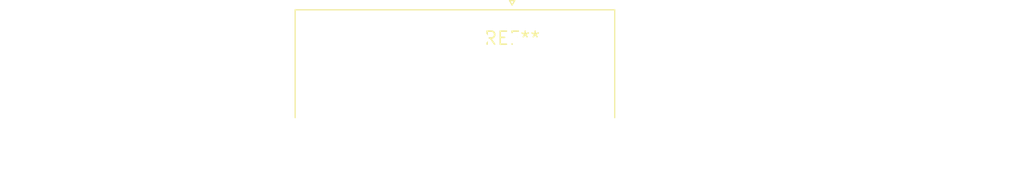
<source format=kicad_pcb>
(kicad_pcb (version 20240108) (generator pcbnew)
  (layers (0 "F.Cu" signal) (31 "B.Cu" signal) (34 "B.Paste" user) (35 "F.Paste" user) (36 "B.SilkS" user "B.Silkscreen") (37 "F.SilkS" user "F.Silkscreen") (38 "B.Mask" user) (39 "F.Mask" user) (44 "Edge.Cuts" user))
  (net 0 "")
  (footprint "DSUB-9_Female_Horizontal_P2.77x2.84mm_EdgePinOffset4.94mm_Housed_MountingHolesOffset7.48mm" (layer "F.Cu") (at 0 0)
    (property "Reference" "REF**")
    (property "Value" "DSUB-9_Female_Horizontal_P2.77x2.84mm_EdgePinOffset4.94mm_Housed_MountingHolesOffset7.48mm")
    (fp_line (start -21.025 -2.76) (end 9.945 -2.76) (layer "F.SilkS") (stroke (width 0.12)))
    (fp_line (start -21.025 7.72) (end -21.025 -2.76) (layer "F.SilkS") (stroke (width 0.12)))
    (fp_line (start -0.25 -3.654338) (end 0.25 -3.654338) (layer "F.SilkS") (stroke (width 0.12)))
    (fp_line (start 0 -3.221325) (end -0.25 -3.654338) (layer "F.SilkS") (stroke (width 0.12)))
    (fp_line (start 0.25 -3.654338) (end 0 -3.221325) (layer "F.SilkS") (stroke (width 0.12)))
    (fp_line (start 9.945 -2.76) (end 9.945 7.72) (layer "F.SilkS") (stroke (width 0.12)))
    (pad "0" thru_hole circle (at -18.04 0.3) (size 4 4) (drill 3.2) (layers *.Cu *.Mask) (remove_unused_layers))
    (pad "0" thru_hole circle (at 6.96 0.3) (size 4 4) (drill 3.2) (layers *.Cu *.Mask) (remove_unused_layers))
    (pad "1" thru_hole rect (at 0 0) (size 1.6 1.6) (drill 1) (layers *.Cu *.Mask) (remove_unused_layers))
    (pad "2" thru_hole circle (at -2.77 0) (size 1.6 1.6) (drill 1) (layers *.Cu *.Mask) (remove_unused_layers))
    (pad "3" thru_hole circle (at -5.54 0) (size 1.6 1.6) (drill 1) (layers *.Cu *.Mask) (remove_unused_layers))
    (pad "4" thru_hole circle (at -8.31 0) (size 1.6 1.6) (drill 1) (layers *.Cu *.Mask) (remove_unused_layers))
    (pad "5" thru_hole circle (at -11.08 0) (size 1.6 1.6) (drill 1) (layers *.Cu *.Mask) (remove_unused_layers))
    (pad "6" thru_hole circle (at -1.385 2.84) (size 1.6 1.6) (drill 1) (layers *.Cu *.Mask) (remove_unused_layers))
    (pad "7" thru_hole circle (at -4.155 2.84) (size 1.6 1.6) (drill 1) (layers *.Cu *.Mask) (remove_unused_layers))
    (pad "8" thru_hole circle (at -6.925 2.84) (size 1.6 1.6) (drill 1) (layers *.Cu *.Mask) (remove_unused_layers))
    (pad "9" thru_hole circle (at -9.695 2.84) (size 1.6 1.6) (drill 1) (layers *.Cu *.Mask) (remove_unused_layers))
  )
)
</source>
